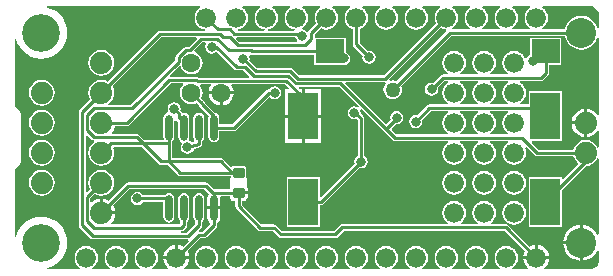
<source format=gtl>
G04 Layer_Physical_Order=1*
G04 Layer_Color=255*
%FSLAX44Y44*%
%MOMM*%
G71*
G01*
G75*
%ADD10R,2.3400X2.0000*%
%ADD11O,0.6000X2.2000*%
G04:AMPARAMS|DCode=12|XSize=1mm|YSize=0.9mm|CornerRadius=0.1125mm|HoleSize=0mm|Usage=FLASHONLY|Rotation=0.000|XOffset=0mm|YOffset=0mm|HoleType=Round|Shape=RoundedRectangle|*
%AMROUNDEDRECTD12*
21,1,1.0000,0.6750,0,0,0.0*
21,1,0.7750,0.9000,0,0,0.0*
1,1,0.2250,0.3875,-0.3375*
1,1,0.2250,-0.3875,-0.3375*
1,1,0.2250,-0.3875,0.3375*
1,1,0.2250,0.3875,0.3375*
%
%ADD12ROUNDEDRECTD12*%
%ADD13R,2.5000X4.0000*%
%ADD14C,0.2500*%
%ADD15C,1.6000*%
%ADD16C,1.8800*%
%ADD17C,2.5400*%
%ADD18C,1.8796*%
%ADD19C,1.6764*%
%ADD20C,3.2004*%
%ADD21C,1.6760*%
%ADD22C,1.2700*%
%ADD23C,0.8000*%
G36*
X365320Y206272D02*
X367698Y205959D01*
X368042Y205400D01*
X368230Y204695D01*
X325704Y162169D01*
X324549Y162648D01*
X322500Y162918D01*
X320451Y162648D01*
X320380Y162619D01*
X319660Y163695D01*
X363140Y207175D01*
X365320Y206272D01*
D02*
G37*
G36*
X420467Y161030D02*
X418404Y159446D01*
X416820Y157383D01*
X415824Y154979D01*
X415485Y152400D01*
X415824Y149821D01*
X416820Y147417D01*
X418404Y145353D01*
X420467Y143770D01*
X420205Y142504D01*
X405295D01*
X405033Y143770D01*
X407096Y145353D01*
X408680Y147417D01*
X409676Y149821D01*
X410015Y152400D01*
X409676Y154979D01*
X408680Y157383D01*
X407096Y159446D01*
X405033Y161030D01*
X405295Y162296D01*
X420205D01*
X420467Y161030D01*
D02*
G37*
G36*
X159695Y224617D02*
X159682Y224506D01*
X157652Y222948D01*
X156068Y220884D01*
X155072Y218480D01*
X154733Y215900D01*
X155072Y213320D01*
X156068Y210916D01*
X157652Y208852D01*
X159716Y207268D01*
X162120Y206272D01*
X163778Y206054D01*
X163694Y204784D01*
X125380D01*
X124307Y204571D01*
X123398Y203963D01*
X81329Y161894D01*
X81296Y161919D01*
X78645Y163018D01*
X75800Y163392D01*
X72955Y163018D01*
X70304Y161919D01*
X68028Y160173D01*
X66281Y157896D01*
X65182Y155245D01*
X64808Y152400D01*
X65182Y149555D01*
X66281Y146904D01*
X66306Y146871D01*
X57669Y138234D01*
X57061Y137325D01*
X56848Y136252D01*
Y40100D01*
X57061Y39027D01*
X57669Y38117D01*
X66559Y29227D01*
X67469Y28620D01*
X68542Y28406D01*
X149245D01*
X149610Y27892D01*
X149817Y27182D01*
X144846Y22211D01*
X144808Y22240D01*
X142151Y23341D01*
X140570Y23549D01*
Y13970D01*
X150149D01*
X149941Y15551D01*
X148840Y18208D01*
X148811Y18246D01*
X159733Y29168D01*
X162922D01*
X163995Y29382D01*
X164905Y29989D01*
X173033Y38117D01*
X173640Y39027D01*
X173854Y40100D01*
Y42111D01*
X175044Y42906D01*
X176269Y44738D01*
X176698Y46900D01*
Y53630D01*
X171050D01*
X165401D01*
Y46900D01*
X165831Y44738D01*
X167056Y42906D01*
X167857Y42370D01*
X167957Y40972D01*
X161761Y34776D01*
X158787D01*
X158422Y35290D01*
X158215Y36000D01*
X160333Y38117D01*
X160940Y39027D01*
X161154Y40100D01*
Y43361D01*
X161594Y43656D01*
X162589Y45144D01*
X162938Y46900D01*
Y62900D01*
X162589Y64656D01*
X161594Y66144D01*
X160106Y67139D01*
X158350Y67488D01*
X156594Y67139D01*
X155106Y66144D01*
X154111Y64656D01*
X153762Y62900D01*
Y46900D01*
X154111Y45144D01*
X155106Y43656D01*
X155546Y43361D01*
Y41261D01*
X148299Y34014D01*
X143666D01*
X143618Y35264D01*
X144691Y35478D01*
X145601Y36085D01*
X147633Y38117D01*
X148240Y39027D01*
X148454Y40100D01*
Y43361D01*
X148894Y43656D01*
X149889Y45144D01*
X150238Y46900D01*
Y62900D01*
X149889Y64656D01*
X148894Y66144D01*
X147406Y67139D01*
X145650Y67488D01*
X143894Y67139D01*
X142406Y66144D01*
X141411Y64656D01*
X141062Y62900D01*
Y46900D01*
X141411Y45144D01*
X142406Y43656D01*
X142846Y43361D01*
Y41261D01*
X142457Y40872D01*
X84447D01*
X84039Y42074D01*
X84314Y42286D01*
X86228Y44780D01*
X87431Y47684D01*
X87674Y49530D01*
X75800D01*
Y50800D01*
X74530D01*
Y62674D01*
X72684Y62431D01*
X69780Y61228D01*
X67726Y59652D01*
X66455Y60223D01*
Y62890D01*
X70271Y66706D01*
X70304Y66681D01*
X72955Y65582D01*
X75800Y65208D01*
X78645Y65582D01*
X81296Y66681D01*
X83573Y68428D01*
X85319Y70704D01*
X86418Y73355D01*
X86792Y76200D01*
X86418Y79045D01*
X85319Y81696D01*
X83573Y83973D01*
X81296Y85719D01*
X78645Y86818D01*
X75800Y87192D01*
X72955Y86818D01*
X70304Y85719D01*
X68028Y83973D01*
X66281Y81696D01*
X65182Y79045D01*
X64808Y76200D01*
X65182Y73355D01*
X66281Y70704D01*
X66306Y70671D01*
X63629Y67994D01*
X62456Y68480D01*
Y116114D01*
X63629Y116600D01*
X67435Y112793D01*
X68345Y112186D01*
X69347Y111986D01*
X69468Y111788D01*
X69760Y110702D01*
X68028Y109373D01*
X66281Y107096D01*
X65182Y104445D01*
X64808Y101600D01*
X65182Y98755D01*
X66281Y96104D01*
X68028Y93827D01*
X70304Y92081D01*
X72955Y90983D01*
X75800Y90608D01*
X78645Y90983D01*
X81296Y92081D01*
X83573Y93827D01*
X85319Y96104D01*
X86418Y98755D01*
X86792Y101600D01*
X86418Y104445D01*
X85946Y105582D01*
X86652Y106638D01*
X109913D01*
X124331Y92219D01*
X125241Y91612D01*
X126314Y91398D01*
X131906D01*
X140587Y82717D01*
X141497Y82109D01*
X142570Y81896D01*
X185335D01*
X185526Y80626D01*
X185100Y80200D01*
Y72995D01*
X184773Y72505D01*
X184488Y71075D01*
Y70504D01*
X171249D01*
X166109Y75645D01*
X165199Y76252D01*
X164126Y76466D01*
X98662D01*
X97589Y76252D01*
X96679Y75645D01*
X82071Y61036D01*
X81820Y61228D01*
X78917Y62431D01*
X77070Y62674D01*
Y52070D01*
X87674D01*
X87431Y53917D01*
X86228Y56821D01*
X86036Y57071D01*
X99823Y70858D01*
X162965D01*
X167005Y66818D01*
X165831Y65062D01*
X165401Y62900D01*
Y56170D01*
X171050D01*
X176698D01*
Y62900D01*
X176497Y63915D01*
X177302Y64896D01*
X184488D01*
Y64325D01*
X184773Y62895D01*
X185583Y61683D01*
X186795Y60873D01*
X188225Y60588D01*
X189296D01*
Y56356D01*
X189510Y55283D01*
X190117Y54373D01*
X208294Y36197D01*
X209203Y35589D01*
X210276Y35376D01*
X220839D01*
X225797Y30417D01*
X226707Y29810D01*
X227780Y29596D01*
X274000D01*
X275073Y29810D01*
X275983Y30417D01*
X281162Y35596D01*
X417238D01*
X434589Y18246D01*
X434560Y18208D01*
X433459Y15551D01*
X433251Y13970D01*
X442830D01*
Y23549D01*
X441249Y23341D01*
X438592Y22240D01*
X438554Y22211D01*
X420382Y40383D01*
X419473Y40991D01*
X418400Y41204D01*
X405860D01*
X405429Y42474D01*
X407096Y43753D01*
X408680Y45817D01*
X409676Y48221D01*
X410015Y50800D01*
X409676Y53379D01*
X408680Y55783D01*
X407096Y57846D01*
X405033Y59430D01*
X402629Y60426D01*
X400050Y60765D01*
X397471Y60426D01*
X395067Y59430D01*
X393004Y57846D01*
X391420Y55783D01*
X390424Y53379D01*
X390085Y50800D01*
X390424Y48221D01*
X391420Y45817D01*
X393004Y43753D01*
X394671Y42474D01*
X394240Y41204D01*
X380460D01*
X380029Y42474D01*
X381697Y43753D01*
X383280Y45817D01*
X384276Y48221D01*
X384615Y50800D01*
X384276Y53379D01*
X383280Y55783D01*
X381697Y57846D01*
X379633Y59430D01*
X377229Y60426D01*
X374650Y60765D01*
X372071Y60426D01*
X369667Y59430D01*
X367603Y57846D01*
X366020Y55783D01*
X365024Y53379D01*
X364685Y50800D01*
X365024Y48221D01*
X366020Y45817D01*
X367603Y43753D01*
X369271Y42474D01*
X368840Y41204D01*
X280000D01*
X278927Y40991D01*
X278018Y40383D01*
X272839Y35204D01*
X228941D01*
X223983Y40162D01*
X223073Y40770D01*
X222000Y40984D01*
X211438D01*
X194904Y57517D01*
Y60588D01*
X195975D01*
X197405Y60873D01*
X198617Y61683D01*
X199427Y62895D01*
X199712Y64325D01*
Y66430D01*
X192100D01*
Y68970D01*
X199712D01*
Y71075D01*
X199427Y72505D01*
X199100Y72995D01*
Y80200D01*
X198539Y80761D01*
X198651Y81325D01*
Y88075D01*
X198448Y89099D01*
X197868Y89967D01*
X196999Y90548D01*
X195975Y90751D01*
X188225D01*
X187201Y90548D01*
X186332Y89967D01*
X185310Y89867D01*
X178993Y96185D01*
X178083Y96792D01*
X177010Y97006D01*
X135754D01*
Y111361D01*
X136194Y111656D01*
X137189Y113144D01*
X137538Y114900D01*
Y128601D01*
X137786Y128802D01*
X139317Y128795D01*
X140227Y128188D01*
X141062Y128021D01*
Y114900D01*
X141411Y113144D01*
X142406Y111656D01*
X143614Y110848D01*
X144019Y109922D01*
X144121Y109321D01*
X143599Y108540D01*
X143173Y106394D01*
X143599Y104248D01*
X144815Y102429D01*
X146634Y101213D01*
X148780Y100786D01*
X150926Y101213D01*
X152746Y102429D01*
X153961Y104248D01*
X154117Y105031D01*
X159136Y106496D01*
X159272Y106568D01*
X159423Y106598D01*
X159754Y106818D01*
X160106Y107002D01*
X160205Y107120D01*
X160333Y107205D01*
X160553Y107536D01*
X160809Y107840D01*
X160855Y107987D01*
X160940Y108115D01*
X161018Y108505D01*
X161137Y108884D01*
X161124Y109037D01*
X161154Y109188D01*
Y111361D01*
X161594Y111656D01*
X162589Y113144D01*
X162938Y114900D01*
Y130900D01*
X162589Y132656D01*
X161594Y134144D01*
X160106Y135139D01*
X158350Y135488D01*
X156594Y135139D01*
X155106Y134144D01*
X154111Y132656D01*
X153762Y130900D01*
Y114900D01*
X154111Y113144D01*
X154642Y112349D01*
X154150Y110883D01*
X152627Y110438D01*
X150926Y111575D01*
X150206Y111718D01*
X149720Y112892D01*
X149889Y113144D01*
X150238Y114900D01*
Y130900D01*
X149889Y132656D01*
X148894Y134144D01*
X147406Y135139D01*
X145650Y135488D01*
X144088Y135177D01*
X143890Y136169D01*
X143283Y137079D01*
X142825Y137536D01*
X143098Y138906D01*
X142671Y141052D01*
X141455Y142871D01*
X139636Y144087D01*
X137490Y144514D01*
X135344Y144087D01*
X133525Y142871D01*
X132309Y141052D01*
X131882Y138906D01*
X132309Y136760D01*
X132371Y136668D01*
X131786Y135257D01*
X131194Y135139D01*
X129706Y134144D01*
X128711Y132656D01*
X128362Y130900D01*
Y114900D01*
X128637Y113516D01*
X127900Y112246D01*
X112235D01*
X107723Y116759D01*
X106813Y117366D01*
X105740Y117580D01*
X85092D01*
X84594Y118850D01*
X86228Y120979D01*
X87431Y123883D01*
X87472Y124196D01*
X97390D01*
X98463Y124410D01*
X99373Y125017D01*
X134701Y160346D01*
X144827D01*
X145007Y159817D01*
X145148Y159076D01*
X143702Y157191D01*
X142745Y154880D01*
X142418Y152400D01*
X142745Y149920D01*
X143702Y147609D01*
X145225Y145625D01*
X147209Y144102D01*
X149520Y143145D01*
X152000Y142818D01*
X154480Y143145D01*
X156467Y143968D01*
X158393Y142041D01*
X158516Y141427D01*
X159123Y140517D01*
X166881Y132760D01*
X166811Y132656D01*
X166462Y130900D01*
Y114900D01*
X166811Y113144D01*
X167806Y111656D01*
X169294Y110661D01*
X171050Y110312D01*
X172806Y110661D01*
X174294Y111656D01*
X175289Y113144D01*
X175638Y114900D01*
Y120096D01*
X187900D01*
X188973Y120309D01*
X189883Y120917D01*
X217593Y148628D01*
X218535Y148535D01*
X220354Y147319D01*
X222500Y146892D01*
X224646Y147319D01*
X226465Y148535D01*
X227681Y150354D01*
X228108Y152500D01*
X227681Y154646D01*
X226465Y156465D01*
X224646Y157681D01*
X222500Y158108D01*
X220354Y157681D01*
X218535Y156465D01*
X217759Y155304D01*
X217500D01*
X216427Y155090D01*
X215517Y154483D01*
X186738Y125704D01*
X175638D01*
Y130900D01*
X175289Y132656D01*
X174294Y134144D01*
X172806Y135139D01*
X172340Y135232D01*
X163819Y143753D01*
X163696Y144367D01*
X163089Y145277D01*
X160432Y147933D01*
X161255Y149920D01*
X161582Y152400D01*
X161255Y154880D01*
X160298Y157191D01*
X159350Y158426D01*
X159977Y159696D01*
X168277D01*
X168839Y158557D01*
X168193Y157716D01*
X167131Y155152D01*
X166936Y153670D01*
X177400D01*
X187864D01*
X187669Y155152D01*
X186607Y157716D01*
X185961Y158557D01*
X186523Y159696D01*
X231425D01*
X234738Y156383D01*
X234252Y155210D01*
X231680D01*
Y133940D01*
X245450D01*
Y155210D01*
X243842D01*
X242629Y156423D01*
X243115Y157596D01*
X277141D01*
X293600Y141137D01*
X292791Y140150D01*
X292146Y140581D01*
X290000Y141007D01*
X287854Y140581D01*
X286035Y139365D01*
X284819Y137546D01*
X284393Y135400D01*
X284819Y133254D01*
X286035Y131434D01*
X287854Y130219D01*
X290000Y129792D01*
X291936Y130177D01*
X292706Y129519D01*
X292928Y129243D01*
Y98689D01*
X291767Y97913D01*
X290551Y96094D01*
X290124Y93948D01*
X290397Y92578D01*
X261893Y64075D01*
X260720Y64561D01*
Y81430D01*
X232720D01*
Y38430D01*
X260720D01*
Y57126D01*
X261714D01*
X262787Y57340D01*
X263697Y57947D01*
X294362Y88613D01*
X295732Y88340D01*
X297878Y88767D01*
X299697Y89983D01*
X300913Y91802D01*
X301340Y93948D01*
X300913Y96094D01*
X299697Y97913D01*
X298536Y98689D01*
Y130668D01*
X298536Y130668D01*
X298536Y130668D01*
X298420Y131251D01*
X298322Y131741D01*
X298322Y131741D01*
X298322Y131741D01*
X298017Y132198D01*
X297715Y132651D01*
X297715Y132651D01*
X297715Y132651D01*
X295501Y134864D01*
X295608Y135400D01*
X295181Y137546D01*
X294750Y138190D01*
X295737Y139000D01*
X315017Y119719D01*
X322419Y112317D01*
X323329Y111710D01*
X324402Y111496D01*
X369405D01*
X369667Y110230D01*
X367603Y108646D01*
X366020Y106583D01*
X365024Y104179D01*
X364685Y101600D01*
X365024Y99021D01*
X366020Y96617D01*
X367603Y94553D01*
X369667Y92970D01*
X372071Y91974D01*
X374650Y91635D01*
X377229Y91974D01*
X379633Y92970D01*
X381697Y94553D01*
X383280Y96617D01*
X384276Y99021D01*
X384615Y101600D01*
X384276Y104179D01*
X383280Y106583D01*
X381697Y108646D01*
X379633Y110230D01*
X379895Y111496D01*
X394805D01*
X395067Y110230D01*
X393004Y108646D01*
X391420Y106583D01*
X390424Y104179D01*
X390085Y101600D01*
X390424Y99021D01*
X391420Y96617D01*
X393004Y94553D01*
X395067Y92970D01*
X397471Y91974D01*
X400050Y91635D01*
X402629Y91974D01*
X405033Y92970D01*
X407096Y94553D01*
X408680Y96617D01*
X409676Y99021D01*
X410015Y101600D01*
X409676Y104179D01*
X408680Y106583D01*
X407096Y108646D01*
X405033Y110230D01*
X405295Y111496D01*
X420205D01*
X420467Y110230D01*
X418404Y108646D01*
X416820Y106583D01*
X415824Y104179D01*
X415485Y101600D01*
X415824Y99021D01*
X416820Y96617D01*
X418404Y94553D01*
X420467Y92970D01*
X422871Y91974D01*
X425450Y91635D01*
X428029Y91974D01*
X430433Y92970D01*
X432496Y94553D01*
X434080Y96617D01*
X435076Y99021D01*
X435415Y101600D01*
X435076Y104179D01*
X434309Y106029D01*
X435386Y106749D01*
X442718Y99417D01*
X443627Y98809D01*
X444700Y98596D01*
X475377D01*
X475382Y98555D01*
X476480Y95904D01*
X478227Y93627D01*
X479288Y92813D01*
X479371Y91546D01*
X466893Y79068D01*
X465720Y79554D01*
Y81430D01*
X437720D01*
Y38430D01*
X465720D01*
Y69964D01*
X486188Y90433D01*
X488845Y90782D01*
X491496Y91881D01*
X493772Y93627D01*
X495519Y95904D01*
X495883Y96783D01*
X497154Y96531D01*
X497174Y32410D01*
X495904Y32092D01*
X494933Y33908D01*
X493028Y36228D01*
X490708Y38133D01*
X488060Y39548D01*
X485188Y40420D01*
X483470Y40589D01*
Y25400D01*
Y10211D01*
X485188Y10381D01*
X488060Y11252D01*
X490708Y12667D01*
X493028Y14571D01*
X494933Y16892D01*
X495908Y18716D01*
X497178Y18398D01*
X497180Y11985D01*
X497097Y10731D01*
X497097D01*
X497097Y10731D01*
X496839Y8778D01*
X496037Y6842D01*
X494762Y5179D01*
X493099Y3904D01*
X491163Y3101D01*
X490231Y2979D01*
X489022Y2836D01*
Y2836D01*
X489022Y2836D01*
X487761Y2824D01*
X451257D01*
X450826Y4094D01*
X451890Y4910D01*
X453640Y7192D01*
X454741Y9849D01*
X454949Y11430D01*
X444100D01*
X433251D01*
X433459Y9849D01*
X434560Y7192D01*
X436310Y4910D01*
X437374Y4094D01*
X436943Y2824D01*
X423999D01*
X423705Y3983D01*
X423718Y4094D01*
X425748Y5652D01*
X427332Y7716D01*
X428328Y10120D01*
X428667Y12700D01*
X428328Y15280D01*
X427332Y17684D01*
X425748Y19748D01*
X423684Y21332D01*
X421280Y22328D01*
X418700Y22667D01*
X416120Y22328D01*
X413716Y21332D01*
X411652Y19748D01*
X410068Y17684D01*
X409072Y15280D01*
X408733Y12700D01*
X409072Y10120D01*
X410068Y7716D01*
X411652Y5652D01*
X413682Y4094D01*
X413695Y3983D01*
X413400Y2824D01*
X398600D01*
X398305Y3983D01*
X398318Y4094D01*
X400348Y5652D01*
X401932Y7716D01*
X402928Y10120D01*
X403267Y12700D01*
X402928Y15280D01*
X401932Y17684D01*
X400348Y19748D01*
X398284Y21332D01*
X395880Y22328D01*
X393300Y22667D01*
X390720Y22328D01*
X388316Y21332D01*
X386252Y19748D01*
X384668Y17684D01*
X383672Y15280D01*
X383333Y12700D01*
X383672Y10120D01*
X384668Y7716D01*
X386252Y5652D01*
X388282Y4094D01*
X388295Y3983D01*
X388000Y2824D01*
X373200D01*
X372905Y3983D01*
X372918Y4094D01*
X374948Y5652D01*
X376532Y7716D01*
X377528Y10120D01*
X377867Y12700D01*
X377528Y15280D01*
X376532Y17684D01*
X374948Y19748D01*
X372884Y21332D01*
X370480Y22328D01*
X367900Y22667D01*
X365320Y22328D01*
X362916Y21332D01*
X360852Y19748D01*
X359268Y17684D01*
X358272Y15280D01*
X357933Y12700D01*
X358272Y10120D01*
X359268Y7716D01*
X360852Y5652D01*
X362882Y4094D01*
X362895Y3983D01*
X362601Y2824D01*
X347799D01*
X347505Y3983D01*
X347518Y4094D01*
X349548Y5652D01*
X351132Y7716D01*
X352128Y10120D01*
X352467Y12700D01*
X352128Y15280D01*
X351132Y17684D01*
X349548Y19748D01*
X347484Y21332D01*
X345080Y22328D01*
X342500Y22667D01*
X339920Y22328D01*
X337516Y21332D01*
X335452Y19748D01*
X333868Y17684D01*
X332872Y15280D01*
X332533Y12700D01*
X332872Y10120D01*
X333868Y7716D01*
X335452Y5652D01*
X337482Y4094D01*
X337495Y3983D01*
X337201Y2824D01*
X322399D01*
X322105Y3983D01*
X322118Y4094D01*
X324148Y5652D01*
X325732Y7716D01*
X326728Y10120D01*
X327067Y12700D01*
X326728Y15280D01*
X325732Y17684D01*
X324148Y19748D01*
X322084Y21332D01*
X319680Y22328D01*
X317100Y22667D01*
X314520Y22328D01*
X312116Y21332D01*
X310052Y19748D01*
X308468Y17684D01*
X307472Y15280D01*
X307133Y12700D01*
X307472Y10120D01*
X308468Y7716D01*
X310052Y5652D01*
X312082Y4094D01*
X312095Y3983D01*
X311800Y2824D01*
X296999D01*
X296705Y3983D01*
X296718Y4094D01*
X298748Y5652D01*
X300332Y7716D01*
X301328Y10120D01*
X301667Y12700D01*
X301328Y15280D01*
X300332Y17684D01*
X298748Y19748D01*
X296684Y21332D01*
X294280Y22328D01*
X291700Y22667D01*
X289120Y22328D01*
X286716Y21332D01*
X284652Y19748D01*
X283068Y17684D01*
X282072Y15280D01*
X281733Y12700D01*
X282072Y10120D01*
X283068Y7716D01*
X284652Y5652D01*
X286682Y4094D01*
X286695Y3983D01*
X286401Y2824D01*
X271600D01*
X271305Y3983D01*
X271318Y4094D01*
X273348Y5652D01*
X274932Y7716D01*
X275928Y10120D01*
X276267Y12700D01*
X275928Y15280D01*
X274932Y17684D01*
X273348Y19748D01*
X271284Y21332D01*
X268880Y22328D01*
X266300Y22667D01*
X263720Y22328D01*
X261316Y21332D01*
X259252Y19748D01*
X257668Y17684D01*
X256672Y15280D01*
X256333Y12700D01*
X256672Y10120D01*
X257668Y7716D01*
X259252Y5652D01*
X261282Y4094D01*
X261295Y3983D01*
X261000Y2824D01*
X246199D01*
X245905Y3983D01*
X245918Y4094D01*
X247948Y5652D01*
X249532Y7716D01*
X250528Y10120D01*
X250867Y12700D01*
X250528Y15280D01*
X249532Y17684D01*
X247948Y19748D01*
X245884Y21332D01*
X243480Y22328D01*
X240900Y22667D01*
X238320Y22328D01*
X235916Y21332D01*
X233852Y19748D01*
X232268Y17684D01*
X231272Y15280D01*
X230933Y12700D01*
X231272Y10120D01*
X232268Y7716D01*
X233852Y5652D01*
X235882Y4094D01*
X235895Y3983D01*
X235600Y2824D01*
X220800D01*
X220505Y3983D01*
X220518Y4094D01*
X222548Y5652D01*
X224132Y7716D01*
X225128Y10120D01*
X225467Y12700D01*
X225128Y15280D01*
X224132Y17684D01*
X222548Y19748D01*
X220484Y21332D01*
X218080Y22328D01*
X215500Y22667D01*
X212920Y22328D01*
X210516Y21332D01*
X208452Y19748D01*
X206868Y17684D01*
X205872Y15280D01*
X205533Y12700D01*
X205872Y10120D01*
X206868Y7716D01*
X208452Y5652D01*
X210482Y4094D01*
X210495Y3983D01*
X210201Y2824D01*
X195399D01*
X195105Y3983D01*
X195118Y4094D01*
X197148Y5652D01*
X198732Y7716D01*
X199728Y10120D01*
X200067Y12700D01*
X199728Y15280D01*
X198732Y17684D01*
X197148Y19748D01*
X195084Y21332D01*
X192680Y22328D01*
X190100Y22667D01*
X187520Y22328D01*
X185116Y21332D01*
X183052Y19748D01*
X181468Y17684D01*
X180472Y15280D01*
X180133Y12700D01*
X180472Y10120D01*
X181468Y7716D01*
X183052Y5652D01*
X185082Y4094D01*
X185095Y3983D01*
X184800Y2824D01*
X170000D01*
X169705Y3983D01*
X169718Y4094D01*
X171748Y5652D01*
X173332Y7716D01*
X174328Y10120D01*
X174667Y12700D01*
X174328Y15280D01*
X173332Y17684D01*
X171748Y19748D01*
X169684Y21332D01*
X167280Y22328D01*
X164700Y22667D01*
X162120Y22328D01*
X159716Y21332D01*
X157652Y19748D01*
X156068Y17684D01*
X155072Y15280D01*
X154733Y12700D01*
X155072Y10120D01*
X156068Y7716D01*
X157652Y5652D01*
X159682Y4094D01*
X159695Y3983D01*
X159401Y2824D01*
X146457D01*
X146026Y4094D01*
X147090Y4910D01*
X148840Y7192D01*
X149941Y9849D01*
X150149Y11430D01*
X139300D01*
X128451D01*
X128659Y9849D01*
X129760Y7192D01*
X131510Y4910D01*
X132574Y4094D01*
X132143Y2824D01*
X119199D01*
X118905Y3983D01*
X118918Y4094D01*
X120948Y5652D01*
X122532Y7716D01*
X123528Y10120D01*
X123867Y12700D01*
X123528Y15280D01*
X122532Y17684D01*
X120948Y19748D01*
X118884Y21332D01*
X116480Y22328D01*
X113900Y22667D01*
X111320Y22328D01*
X108916Y21332D01*
X106852Y19748D01*
X105268Y17684D01*
X104272Y15280D01*
X103933Y12700D01*
X104272Y10120D01*
X105268Y7716D01*
X106852Y5652D01*
X108882Y4094D01*
X108895Y3983D01*
X108601Y2824D01*
X93799D01*
X93505Y3983D01*
X93518Y4094D01*
X95548Y5652D01*
X97132Y7716D01*
X98128Y10120D01*
X98467Y12700D01*
X98128Y15280D01*
X97132Y17684D01*
X95548Y19748D01*
X93484Y21332D01*
X91080Y22328D01*
X88500Y22667D01*
X85920Y22328D01*
X83516Y21332D01*
X81452Y19748D01*
X79868Y17684D01*
X78872Y15280D01*
X78533Y12700D01*
X78872Y10120D01*
X79868Y7716D01*
X81452Y5652D01*
X83482Y4094D01*
X83495Y3983D01*
X83201Y2824D01*
X68400D01*
X68105Y3983D01*
X68118Y4094D01*
X70148Y5652D01*
X71732Y7716D01*
X72728Y10120D01*
X73067Y12700D01*
X72728Y15280D01*
X71732Y17684D01*
X70148Y19748D01*
X68084Y21332D01*
X65680Y22328D01*
X63100Y22667D01*
X60520Y22328D01*
X58116Y21332D01*
X56052Y19748D01*
X54468Y17684D01*
X53472Y15280D01*
X53133Y12700D01*
X53472Y10120D01*
X54468Y7716D01*
X56052Y5652D01*
X58082Y4094D01*
X58095Y3983D01*
X57800Y2824D01*
X30120D01*
X29932Y4094D01*
X33391Y5143D01*
X37181Y7169D01*
X40504Y9896D01*
X43231Y13219D01*
X45257Y17009D01*
X46504Y21123D01*
X46926Y25400D01*
X46504Y29678D01*
X45257Y33791D01*
X43231Y37581D01*
X40504Y40904D01*
X37181Y43630D01*
X33391Y45657D01*
X29278Y46904D01*
X25000Y47326D01*
X20722Y46904D01*
X16609Y45657D01*
X12819Y43630D01*
X9496Y40904D01*
X6769Y37581D01*
X4743Y33791D01*
X3696Y30339D01*
X2426Y30527D01*
Y87828D01*
X6597Y91998D01*
X6597Y91998D01*
X6902Y92455D01*
X7210Y92914D01*
X7210Y92914D01*
X7210Y92914D01*
X7267Y93205D01*
X7424Y93995D01*
X7424Y93995D01*
Y135000D01*
X7210Y136081D01*
X6597Y136997D01*
X2424Y141170D01*
Y198079D01*
X3694Y198268D01*
X4743Y194809D01*
X6769Y191019D01*
X9496Y187696D01*
X12819Y184970D01*
X16609Y182943D01*
X20722Y181696D01*
X25000Y181274D01*
X29278Y181696D01*
X33391Y182943D01*
X37181Y184970D01*
X40504Y187696D01*
X43231Y191019D01*
X45257Y194809D01*
X46504Y198923D01*
X46926Y203200D01*
X46504Y207477D01*
X45257Y211591D01*
X43231Y215381D01*
X40504Y218704D01*
X37181Y221430D01*
X33391Y223457D01*
X29932Y224506D01*
X30120Y225776D01*
X159401D01*
X159695Y224617D01*
D02*
G37*
G36*
X164514Y194056D02*
X164059Y193376D01*
X163632Y191230D01*
X164059Y189084D01*
X165275Y187265D01*
X167094Y186049D01*
X169240Y185622D01*
X171386Y186049D01*
X173205Y187265D01*
X173295Y187274D01*
X188339Y172229D01*
X189249Y171622D01*
X190322Y171408D01*
X196014D01*
X200944Y166477D01*
X200459Y165304D01*
X158179D01*
X157526Y165740D01*
X156453Y165954D01*
X134215D01*
X133689Y167224D01*
X141571Y175106D01*
X142990Y174728D01*
X143702Y173009D01*
X145225Y171024D01*
X147209Y169502D01*
X149520Y168545D01*
X152000Y168218D01*
X154480Y168545D01*
X156791Y169502D01*
X158776Y171024D01*
X160298Y173009D01*
X161255Y175320D01*
X161582Y177800D01*
X161255Y180280D01*
X160298Y182591D01*
X158776Y184575D01*
X156791Y186098D01*
X155072Y186810D01*
X154694Y188229D01*
X161642Y195176D01*
X163915D01*
X164514Y194056D01*
D02*
G37*
G36*
X395067Y161030D02*
X393004Y159446D01*
X391420Y157383D01*
X390424Y154979D01*
X390085Y152400D01*
X390424Y149821D01*
X391420Y147417D01*
X393004Y145353D01*
X395067Y143770D01*
X394805Y142504D01*
X379895D01*
X379633Y143770D01*
X381697Y145353D01*
X383280Y147417D01*
X384276Y149821D01*
X384615Y152400D01*
X384276Y154979D01*
X383280Y157383D01*
X381697Y159446D01*
X379633Y161030D01*
X379895Y162296D01*
X394805D01*
X395067Y161030D01*
D02*
G37*
G36*
X420467Y135630D02*
X418404Y134046D01*
X416820Y131983D01*
X415824Y129579D01*
X415485Y127000D01*
X415824Y124421D01*
X416820Y122017D01*
X418404Y119953D01*
X420467Y118370D01*
X420205Y117104D01*
X405295D01*
X405033Y118370D01*
X407096Y119953D01*
X408680Y122017D01*
X409676Y124421D01*
X410015Y127000D01*
X409676Y129579D01*
X408680Y131983D01*
X407096Y134046D01*
X405033Y135630D01*
X405295Y136896D01*
X420205D01*
X420467Y135630D01*
D02*
G37*
G36*
X395067D02*
X393004Y134046D01*
X391420Y131983D01*
X390424Y129579D01*
X390085Y127000D01*
X390424Y124421D01*
X391420Y122017D01*
X393004Y119953D01*
X395067Y118370D01*
X394805Y117104D01*
X379895D01*
X379633Y118370D01*
X381697Y119953D01*
X383280Y122017D01*
X384276Y124421D01*
X384615Y127000D01*
X384276Y129579D01*
X383280Y131983D01*
X381697Y134046D01*
X379633Y135630D01*
X379895Y136896D01*
X394805D01*
X395067Y135630D01*
D02*
G37*
G36*
X156538Y198003D02*
X149889Y191354D01*
X147547D01*
X146474Y191140D01*
X145565Y190533D01*
X139267Y184235D01*
X138660Y183326D01*
X138446Y182253D01*
Y179911D01*
X100499Y141964D01*
X82188D01*
X81756Y143234D01*
X83573Y144628D01*
X85319Y146904D01*
X86418Y149555D01*
X86792Y152400D01*
X86418Y155245D01*
X85319Y157896D01*
X85294Y157929D01*
X126542Y199176D01*
X156052D01*
X156538Y198003D01*
D02*
G37*
G36*
X468366Y199493D02*
X469796Y196039D01*
X472072Y193072D01*
X475039Y190796D01*
X478493Y189366D01*
X482200Y188878D01*
X485907Y189366D01*
X489361Y190796D01*
X492328Y193072D01*
X494604Y196039D01*
X495852Y199051D01*
X497122Y198799D01*
X497142Y133976D01*
X495872Y133545D01*
X494514Y135314D01*
X492020Y137228D01*
X489116Y138431D01*
X487270Y138674D01*
Y126800D01*
Y114926D01*
X489116Y115169D01*
X492020Y116372D01*
X494514Y118286D01*
X495876Y120061D01*
X497146Y119630D01*
X497150Y106276D01*
X495881Y106023D01*
X495519Y106896D01*
X493772Y109172D01*
X491496Y110919D01*
X488845Y112017D01*
X486000Y112392D01*
X483155Y112017D01*
X480504Y110919D01*
X478227Y109172D01*
X476480Y106896D01*
X475382Y104245D01*
X475377Y104204D01*
X445862D01*
X440069Y109997D01*
X440555Y111170D01*
X465720D01*
Y154170D01*
X437720D01*
Y142504D01*
X430695D01*
X430433Y143770D01*
X432496Y145353D01*
X434080Y147417D01*
X435076Y149821D01*
X435415Y152400D01*
X435076Y154979D01*
X434080Y157383D01*
X432496Y159446D01*
X430433Y161030D01*
X430695Y162296D01*
X448164D01*
X449237Y162510D01*
X450147Y163117D01*
X453983Y166953D01*
X454590Y167863D01*
X454804Y168936D01*
Y175900D01*
X465200D01*
Y198900D01*
X438800D01*
Y184545D01*
X437035Y183365D01*
X435910Y181683D01*
X435284Y181593D01*
X434546Y181657D01*
X434080Y182783D01*
X432496Y184846D01*
X430433Y186430D01*
X428029Y187426D01*
X425450Y187765D01*
X422871Y187426D01*
X420467Y186430D01*
X418404Y184846D01*
X416820Y182783D01*
X415824Y180379D01*
X415485Y177800D01*
X415824Y175221D01*
X416820Y172817D01*
X418404Y170753D01*
X420467Y169170D01*
X420205Y167904D01*
X405295D01*
X405033Y169170D01*
X407096Y170753D01*
X408680Y172817D01*
X409676Y175221D01*
X410015Y177800D01*
X409676Y180379D01*
X408680Y182783D01*
X407096Y184846D01*
X405033Y186430D01*
X402629Y187426D01*
X400050Y187765D01*
X397471Y187426D01*
X395067Y186430D01*
X393004Y184846D01*
X391420Y182783D01*
X390424Y180379D01*
X390085Y177800D01*
X390424Y175221D01*
X391420Y172817D01*
X393004Y170753D01*
X395067Y169170D01*
X394805Y167904D01*
X379895D01*
X379633Y169170D01*
X381697Y170753D01*
X383280Y172817D01*
X384276Y175221D01*
X384615Y177800D01*
X384276Y180379D01*
X383280Y182783D01*
X381697Y184846D01*
X379633Y186430D01*
X377229Y187426D01*
X374650Y187765D01*
X372071Y187426D01*
X369667Y186430D01*
X367603Y184846D01*
X366020Y182783D01*
X365024Y180379D01*
X364685Y177800D01*
X365024Y175221D01*
X366020Y172817D01*
X367603Y170753D01*
X369667Y169170D01*
X369405Y167904D01*
X365106D01*
X364033Y167690D01*
X363123Y167083D01*
X356792Y160751D01*
X355422Y161024D01*
X353276Y160597D01*
X351457Y159381D01*
X350241Y157562D01*
X349814Y155416D01*
X350241Y153270D01*
X351457Y151451D01*
X353276Y150235D01*
X355422Y149808D01*
X357568Y150235D01*
X359387Y151451D01*
X360603Y153270D01*
X361030Y155416D01*
X360757Y156786D01*
X366267Y162296D01*
X369405D01*
X369667Y161030D01*
X367603Y159446D01*
X366020Y157383D01*
X365024Y154979D01*
X364685Y152400D01*
X365024Y149821D01*
X366020Y147417D01*
X367603Y145353D01*
X369667Y143770D01*
X369405Y142504D01*
X353676D01*
X352603Y142290D01*
X351693Y141683D01*
X343330Y133319D01*
X341960Y133592D01*
X339814Y133165D01*
X337995Y131949D01*
X336779Y130130D01*
X336352Y127984D01*
X336779Y125838D01*
X337995Y124019D01*
X339814Y122803D01*
X341960Y122376D01*
X344106Y122803D01*
X345925Y124019D01*
X347141Y125838D01*
X347568Y127984D01*
X347295Y129354D01*
X354837Y136896D01*
X369405D01*
X369667Y135630D01*
X367603Y134046D01*
X366020Y131983D01*
X365024Y129579D01*
X364685Y127000D01*
X365024Y124421D01*
X366020Y122017D01*
X367603Y119953D01*
X369667Y118370D01*
X369405Y117104D01*
X325563D01*
X321600Y121067D01*
X321600Y122337D01*
X325212Y125949D01*
X326000Y125792D01*
X328146Y126219D01*
X329965Y127435D01*
X331181Y129254D01*
X331608Y131400D01*
X331181Y133546D01*
X329965Y135365D01*
X328146Y136581D01*
X326000Y137008D01*
X323854Y136581D01*
X322035Y135365D01*
X320819Y133546D01*
X320392Y131400D01*
X320781Y129448D01*
X317000Y125667D01*
X282244Y160423D01*
X282731Y161596D01*
X316122D01*
X316540Y161061D01*
X316722Y160365D01*
X315643Y158959D01*
X314852Y157049D01*
X314582Y155000D01*
X314852Y152951D01*
X315643Y151041D01*
X316901Y149401D01*
X318541Y148143D01*
X320451Y147352D01*
X322500Y147082D01*
X324549Y147352D01*
X326459Y148143D01*
X328099Y149401D01*
X329357Y151041D01*
X330148Y152951D01*
X330418Y155000D01*
X330148Y157049D01*
X329669Y158204D01*
X371861Y200396D01*
X468247D01*
X468366Y199493D01*
D02*
G37*
G36*
X388295Y224617D02*
X388282Y224506D01*
X386252Y222948D01*
X384668Y220884D01*
X383672Y218480D01*
X383333Y215900D01*
X383672Y213320D01*
X384668Y210916D01*
X386252Y208852D01*
X388316Y207268D01*
X388050Y206004D01*
X373150D01*
X372884Y207268D01*
X374948Y208852D01*
X376532Y210916D01*
X377528Y213320D01*
X377867Y215900D01*
X377528Y218480D01*
X376532Y220884D01*
X374948Y222948D01*
X372918Y224506D01*
X372905Y224617D01*
X373200Y225776D01*
X388000D01*
X388295Y224617D01*
D02*
G37*
G36*
X362895D02*
X362882Y224506D01*
X360852Y222948D01*
X359268Y220884D01*
X358272Y218480D01*
X357933Y215900D01*
X358272Y213320D01*
X359175Y211140D01*
X315239Y167204D01*
X243162D01*
X237883Y172483D01*
X236973Y173090D01*
X235900Y173304D01*
X207705D01*
X201055Y179954D01*
X201328Y181324D01*
X200901Y183470D01*
X201637Y184655D01*
X202223Y184810D01*
X203296Y184596D01*
X256300D01*
Y175900D01*
X280457D01*
X281000Y175792D01*
X281543Y175900D01*
X282700D01*
Y176130D01*
X283146Y176219D01*
X284965Y177435D01*
X286181Y179254D01*
X286608Y181400D01*
X286181Y183546D01*
X284965Y185365D01*
X283146Y186581D01*
X282700Y186670D01*
Y198900D01*
X256399D01*
Y202034D01*
X261541Y207175D01*
X263720Y206272D01*
X266300Y205933D01*
X268880Y206272D01*
X271284Y207268D01*
X273348Y208852D01*
X274932Y210916D01*
X275928Y213320D01*
X276267Y215900D01*
X275928Y218480D01*
X274932Y220884D01*
X273348Y222948D01*
X271318Y224506D01*
X271305Y224617D01*
X271600Y225776D01*
X286401D01*
X286695Y224617D01*
X286682Y224506D01*
X284652Y222948D01*
X283068Y220884D01*
X282072Y218480D01*
X281733Y215900D01*
X282072Y213320D01*
X283068Y210916D01*
X284652Y208852D01*
X286716Y207268D01*
X288896Y206365D01*
Y193300D01*
X289110Y192227D01*
X289717Y191317D01*
X297165Y183870D01*
X296892Y182500D01*
X297319Y180354D01*
X298535Y178535D01*
X300354Y177319D01*
X302500Y176892D01*
X304646Y177319D01*
X306465Y178535D01*
X307681Y180354D01*
X308108Y182500D01*
X307681Y184646D01*
X306465Y186465D01*
X304646Y187681D01*
X302500Y188108D01*
X301130Y187835D01*
X294504Y194461D01*
Y206365D01*
X296684Y207268D01*
X298748Y208852D01*
X300332Y210916D01*
X301328Y213320D01*
X301667Y215900D01*
X301328Y218480D01*
X300332Y220884D01*
X298748Y222948D01*
X296718Y224506D01*
X296705Y224617D01*
X296999Y225776D01*
X311800D01*
X312095Y224617D01*
X312082Y224506D01*
X310052Y222948D01*
X308468Y220884D01*
X307472Y218480D01*
X307133Y215900D01*
X307472Y213320D01*
X308468Y210916D01*
X310052Y208852D01*
X312116Y207268D01*
X314520Y206272D01*
X317100Y205933D01*
X319680Y206272D01*
X322084Y207268D01*
X324148Y208852D01*
X325732Y210916D01*
X326728Y213320D01*
X327067Y215900D01*
X326728Y218480D01*
X325732Y220884D01*
X324148Y222948D01*
X322118Y224506D01*
X322105Y224617D01*
X322399Y225776D01*
X337201D01*
X337495Y224617D01*
X337482Y224506D01*
X335452Y222948D01*
X333868Y220884D01*
X332872Y218480D01*
X332533Y215900D01*
X332872Y213320D01*
X333868Y210916D01*
X335452Y208852D01*
X337516Y207268D01*
X339920Y206272D01*
X342500Y205933D01*
X345080Y206272D01*
X347484Y207268D01*
X349548Y208852D01*
X351132Y210916D01*
X352128Y213320D01*
X352467Y215900D01*
X352128Y218480D01*
X351132Y220884D01*
X349548Y222948D01*
X347518Y224506D01*
X347505Y224617D01*
X347799Y225776D01*
X362601D01*
X362895Y224617D01*
D02*
G37*
G36*
X489022Y225764D02*
X489022Y225764D01*
Y225764D01*
X490231Y225621D01*
X491163Y225499D01*
X493099Y224697D01*
X494762Y223421D01*
X496037Y221758D01*
X496839Y219822D01*
X497097Y217869D01*
X497097Y217869D01*
X497097D01*
X497116Y217850D01*
X497119Y207607D01*
X495849Y207355D01*
X494604Y210361D01*
X492328Y213328D01*
X489361Y215604D01*
X485907Y217034D01*
X482200Y217523D01*
X478493Y217034D01*
X475039Y215604D01*
X472072Y213328D01*
X469796Y210361D01*
X468366Y206907D01*
X468247Y206004D01*
X449350D01*
X449084Y207268D01*
X451148Y208852D01*
X452732Y210916D01*
X453728Y213320D01*
X454067Y215900D01*
X453728Y218480D01*
X452732Y220884D01*
X451148Y222948D01*
X449118Y224506D01*
X449105Y224617D01*
X449399Y225776D01*
X487761D01*
X489022Y225764D01*
D02*
G37*
G36*
X439095Y224617D02*
X439082Y224506D01*
X437052Y222948D01*
X435468Y220884D01*
X434472Y218480D01*
X434133Y215900D01*
X434472Y213320D01*
X435468Y210916D01*
X437052Y208852D01*
X439116Y207268D01*
X438850Y206004D01*
X423950D01*
X423684Y207268D01*
X425748Y208852D01*
X427332Y210916D01*
X428328Y213320D01*
X428667Y215900D01*
X428328Y218480D01*
X427332Y220884D01*
X425748Y222948D01*
X423718Y224506D01*
X423705Y224617D01*
X423999Y225776D01*
X438801D01*
X439095Y224617D01*
D02*
G37*
G36*
X413695D02*
X413682Y224506D01*
X411652Y222948D01*
X410068Y220884D01*
X409072Y218480D01*
X408733Y215900D01*
X409072Y213320D01*
X410068Y210916D01*
X411652Y208852D01*
X413716Y207268D01*
X413450Y206004D01*
X398550D01*
X398284Y207268D01*
X400348Y208852D01*
X401932Y210916D01*
X402928Y213320D01*
X403267Y215900D01*
X402928Y218480D01*
X401932Y220884D01*
X400348Y222948D01*
X398318Y224506D01*
X398305Y224617D01*
X398600Y225776D01*
X413400D01*
X413695Y224617D01*
D02*
G37*
G36*
X240259Y198482D02*
X241475Y196663D01*
X241718Y196500D01*
X241333Y195230D01*
X192810D01*
X189967Y198073D01*
X190453Y199247D01*
X240107D01*
X240259Y198482D01*
D02*
G37*
G36*
X261295Y224617D02*
X261282Y224506D01*
X259252Y222948D01*
X257668Y220884D01*
X256672Y218480D01*
X256333Y215900D01*
X256672Y213320D01*
X257575Y211140D01*
X251613Y205178D01*
X251077Y204377D01*
X250471Y204227D01*
X249690Y204167D01*
X249405Y204593D01*
X247586Y205809D01*
X246298Y206065D01*
X246075Y206711D01*
X246064Y207407D01*
X247948Y208852D01*
X249532Y210916D01*
X250528Y213320D01*
X250867Y215900D01*
X250528Y218480D01*
X249532Y220884D01*
X247948Y222948D01*
X245918Y224506D01*
X245905Y224617D01*
X246199Y225776D01*
X261000D01*
X261295Y224617D01*
D02*
G37*
G36*
X235895D02*
X235882Y224506D01*
X233852Y222948D01*
X232268Y220884D01*
X231272Y218480D01*
X230933Y215900D01*
X231272Y213320D01*
X232268Y210916D01*
X233852Y208852D01*
X235916Y207268D01*
X238320Y206272D01*
X239445Y206124D01*
X239362Y204854D01*
X217038D01*
X216955Y206124D01*
X218080Y206272D01*
X220484Y207268D01*
X222548Y208852D01*
X224132Y210916D01*
X225128Y213320D01*
X225467Y215900D01*
X225128Y218480D01*
X224132Y220884D01*
X222548Y222948D01*
X220518Y224506D01*
X220505Y224617D01*
X220800Y225776D01*
X235600D01*
X235895Y224617D01*
D02*
G37*
G36*
X210495D02*
X210482Y224506D01*
X208452Y222948D01*
X206868Y220884D01*
X205872Y218480D01*
X205533Y215900D01*
X205872Y213320D01*
X206868Y210916D01*
X208452Y208852D01*
X210516Y207268D01*
X212920Y206272D01*
X214045Y206124D01*
X213962Y204854D01*
X191638D01*
X191555Y206124D01*
X192680Y206272D01*
X195084Y207268D01*
X197148Y208852D01*
X198732Y210916D01*
X199728Y213320D01*
X200067Y215900D01*
X199728Y218480D01*
X198732Y220884D01*
X197148Y222948D01*
X195118Y224506D01*
X195105Y224617D01*
X195399Y225776D01*
X210201D01*
X210495Y224617D01*
D02*
G37*
%LPC*%
G36*
X425450Y86165D02*
X422871Y85826D01*
X420467Y84830D01*
X418404Y83246D01*
X416820Y81183D01*
X415824Y78779D01*
X415485Y76200D01*
X415824Y73621D01*
X416820Y71217D01*
X418404Y69153D01*
X420467Y67570D01*
X422871Y66574D01*
X425450Y66235D01*
X428029Y66574D01*
X430433Y67570D01*
X432496Y69153D01*
X434080Y71217D01*
X435076Y73621D01*
X435415Y76200D01*
X435076Y78779D01*
X434080Y81183D01*
X432496Y83246D01*
X430433Y84830D01*
X428029Y85826D01*
X425450Y86165D01*
D02*
G37*
G36*
X400050D02*
X397471Y85826D01*
X395067Y84830D01*
X393004Y83246D01*
X391420Y81183D01*
X390424Y78779D01*
X390085Y76200D01*
X390424Y73621D01*
X391420Y71217D01*
X393004Y69153D01*
X395067Y67570D01*
X397471Y66574D01*
X400050Y66235D01*
X402629Y66574D01*
X405033Y67570D01*
X407096Y69153D01*
X408680Y71217D01*
X409676Y73621D01*
X410015Y76200D01*
X409676Y78779D01*
X408680Y81183D01*
X407096Y83246D01*
X405033Y84830D01*
X402629Y85826D01*
X400050Y86165D01*
D02*
G37*
G36*
X374650D02*
X372071Y85826D01*
X369667Y84830D01*
X367603Y83246D01*
X366020Y81183D01*
X365024Y78779D01*
X364685Y76200D01*
X365024Y73621D01*
X366020Y71217D01*
X367603Y69153D01*
X369667Y67570D01*
X372071Y66574D01*
X374650Y66235D01*
X377229Y66574D01*
X379633Y67570D01*
X381697Y69153D01*
X383280Y71217D01*
X384276Y73621D01*
X384615Y76200D01*
X384276Y78779D01*
X383280Y81183D01*
X381697Y83246D01*
X379633Y84830D01*
X377229Y85826D01*
X374650Y86165D01*
D02*
G37*
G36*
X25400Y87194D02*
X22555Y86819D01*
X19903Y85721D01*
X17626Y83974D01*
X15879Y81697D01*
X14781Y79046D01*
X14406Y76200D01*
X14781Y73355D01*
X15879Y70703D01*
X17626Y68426D01*
X19903Y66679D01*
X22555Y65581D01*
X25400Y65206D01*
X28245Y65581D01*
X30897Y66679D01*
X33174Y68426D01*
X34921Y70703D01*
X36019Y73355D01*
X36394Y76200D01*
X36019Y79046D01*
X34921Y81697D01*
X33174Y83974D01*
X30897Y85721D01*
X28245Y86819D01*
X25400Y87194D01*
D02*
G37*
G36*
X445370Y23549D02*
Y13970D01*
X454949D01*
X454741Y15551D01*
X453640Y18208D01*
X451890Y20490D01*
X449608Y22240D01*
X446951Y23341D01*
X445370Y23549D01*
D02*
G37*
G36*
X138030D02*
X136449Y23341D01*
X133792Y22240D01*
X131510Y20490D01*
X129760Y18208D01*
X128659Y15551D01*
X128451Y13970D01*
X138030D01*
Y23549D01*
D02*
G37*
G36*
X480930Y24130D02*
X467011D01*
X467180Y22412D01*
X468052Y19540D01*
X469467Y16892D01*
X471371Y14571D01*
X473692Y12667D01*
X476340Y11252D01*
X479212Y10381D01*
X480930Y10211D01*
Y24130D01*
D02*
G37*
G36*
X106248Y68568D02*
X104102Y68141D01*
X102283Y66925D01*
X101067Y65106D01*
X100640Y62960D01*
X101067Y60814D01*
X102283Y58995D01*
X104102Y57779D01*
X106248Y57352D01*
X108394Y57779D01*
X110213Y58995D01*
X110989Y60156D01*
X128362D01*
Y46900D01*
X128711Y45144D01*
X129706Y43656D01*
X131194Y42661D01*
X132950Y42312D01*
X134706Y42661D01*
X136194Y43656D01*
X137189Y45144D01*
X137538Y46900D01*
Y62900D01*
X137189Y64656D01*
X136194Y66144D01*
X134706Y67139D01*
X132950Y67488D01*
X131194Y67139D01*
X129706Y66144D01*
X129451Y65764D01*
X110989D01*
X110213Y66925D01*
X108394Y68141D01*
X106248Y68568D01*
D02*
G37*
G36*
X425450Y60765D02*
X422871Y60426D01*
X420467Y59430D01*
X418404Y57846D01*
X416820Y55783D01*
X415824Y53379D01*
X415485Y50800D01*
X415824Y48221D01*
X416820Y45817D01*
X418404Y43753D01*
X420467Y42170D01*
X422871Y41174D01*
X425450Y40835D01*
X428029Y41174D01*
X430433Y42170D01*
X432496Y43753D01*
X434080Y45817D01*
X435076Y48221D01*
X435415Y50800D01*
X435076Y53379D01*
X434080Y55783D01*
X432496Y57846D01*
X430433Y59430D01*
X428029Y60426D01*
X425450Y60765D01*
D02*
G37*
G36*
X480930Y40589D02*
X479212Y40420D01*
X476340Y39548D01*
X473692Y38133D01*
X471371Y36228D01*
X469467Y33908D01*
X468052Y31260D01*
X467180Y28388D01*
X467011Y26670D01*
X480930D01*
Y40589D01*
D02*
G37*
G36*
X25400Y112594D02*
X22555Y112219D01*
X19903Y111121D01*
X17626Y109374D01*
X15879Y107097D01*
X14781Y104445D01*
X14406Y101600D01*
X14781Y98755D01*
X15879Y96103D01*
X17626Y93826D01*
X19903Y92079D01*
X22555Y90981D01*
X25400Y90606D01*
X28245Y90981D01*
X30897Y92079D01*
X33174Y93826D01*
X34921Y96103D01*
X36019Y98755D01*
X36394Y101600D01*
X36019Y104445D01*
X34921Y107097D01*
X33174Y109374D01*
X30897Y111121D01*
X28245Y112219D01*
X25400Y112594D01*
D02*
G37*
G36*
Y163394D02*
X22555Y163019D01*
X19903Y161921D01*
X17626Y160174D01*
X15879Y157897D01*
X14781Y155246D01*
X14406Y152400D01*
X14781Y149555D01*
X15879Y146903D01*
X17626Y144626D01*
X19903Y142879D01*
X22555Y141781D01*
X25400Y141406D01*
X28245Y141781D01*
X30897Y142879D01*
X33174Y144626D01*
X34921Y146903D01*
X36019Y149555D01*
X36394Y152400D01*
X36019Y155246D01*
X34921Y157897D01*
X33174Y160174D01*
X30897Y161921D01*
X28245Y163019D01*
X25400Y163394D01*
D02*
G37*
G36*
X261760Y155210D02*
X247990D01*
Y133940D01*
X261760D01*
Y155210D01*
D02*
G37*
G36*
X176130Y151130D02*
X166936D01*
X167131Y149649D01*
X168193Y147085D01*
X169883Y144883D01*
X172085Y143193D01*
X174648Y142131D01*
X176130Y141936D01*
Y151130D01*
D02*
G37*
G36*
X75800Y188792D02*
X72955Y188417D01*
X70304Y187319D01*
X68028Y185572D01*
X66281Y183296D01*
X65182Y180645D01*
X64808Y177800D01*
X65182Y174955D01*
X66281Y172304D01*
X68028Y170028D01*
X70304Y168281D01*
X72955Y167183D01*
X75800Y166808D01*
X78645Y167183D01*
X81296Y168281D01*
X83573Y170028D01*
X85319Y172304D01*
X86418Y174955D01*
X86792Y177800D01*
X86418Y180645D01*
X85319Y183296D01*
X83573Y185572D01*
X81296Y187319D01*
X78645Y188417D01*
X75800Y188792D01*
D02*
G37*
G36*
X187864Y151130D02*
X178670D01*
Y141936D01*
X180152Y142131D01*
X182715Y143193D01*
X184917Y144883D01*
X186607Y147085D01*
X187669Y149649D01*
X187864Y151130D01*
D02*
G37*
G36*
X261760Y131400D02*
X247990D01*
Y110130D01*
X261760D01*
Y131400D01*
D02*
G37*
G36*
X245450D02*
X231680D01*
Y110130D01*
X245450D01*
Y131400D01*
D02*
G37*
G36*
X484730Y125530D02*
X474126D01*
X474369Y123683D01*
X475572Y120779D01*
X477486Y118286D01*
X479979Y116372D01*
X482883Y115169D01*
X484730Y114926D01*
Y125530D01*
D02*
G37*
G36*
Y138674D02*
X482883Y138431D01*
X479979Y137228D01*
X477486Y135314D01*
X475572Y132820D01*
X474369Y129916D01*
X474126Y128070D01*
X484730D01*
Y138674D01*
D02*
G37*
G36*
X25400Y137994D02*
X22555Y137619D01*
X19903Y136521D01*
X17626Y134774D01*
X15879Y132497D01*
X14781Y129846D01*
X14406Y127000D01*
X14781Y124155D01*
X15879Y121503D01*
X17626Y119226D01*
X19903Y117479D01*
X22555Y116381D01*
X25400Y116006D01*
X28245Y116381D01*
X30897Y117479D01*
X33174Y119226D01*
X34921Y121503D01*
X36019Y124155D01*
X36394Y127000D01*
X36019Y129846D01*
X34921Y132497D01*
X33174Y134774D01*
X30897Y136521D01*
X28245Y137619D01*
X25400Y137994D01*
D02*
G37*
%LPD*%
D10*
X452000Y187400D02*
D03*
X269500D02*
D03*
D11*
X171050Y122900D02*
D03*
X158350D02*
D03*
X145650D02*
D03*
X132950D02*
D03*
X171050Y54900D02*
D03*
X158350D02*
D03*
X145650D02*
D03*
X132950D02*
D03*
D12*
X192100Y84700D02*
D03*
Y67700D02*
D03*
D13*
X246720Y59930D02*
D03*
X451720D02*
D03*
Y132670D02*
D03*
X246720D02*
D03*
D14*
X322500Y155000D02*
X370700Y203200D01*
X482200D01*
X291700Y193300D02*
X302500Y182500D01*
X291700Y193300D02*
Y215900D01*
X217500Y152500D02*
X222500D01*
X187900Y122900D02*
X217500Y152500D01*
X171050Y122900D02*
X187900D01*
X161106Y142500D02*
Y143294D01*
X152000Y152400D02*
X161106Y143294D01*
X171050Y122900D02*
Y132556D01*
X161106Y142500D02*
X171050Y132556D01*
X97390Y127000D02*
X133540Y163150D01*
X156453D01*
X242000Y164400D02*
X316400D01*
X157103Y162500D02*
X232587D01*
X156453Y163150D02*
X157103Y162500D01*
X235900Y170500D02*
X242000Y164400D01*
X206544Y170500D02*
X235900D01*
X195720Y181324D02*
X206544Y170500D01*
X240343Y160400D02*
X278302D01*
X234244Y166500D02*
X240343Y160400D01*
X204887Y166500D02*
X234244D01*
X197175Y174212D02*
X204887Y166500D01*
X232587Y162500D02*
X244068Y151018D01*
X137490Y138906D02*
X141300Y135096D01*
X101660Y139160D02*
X141250Y178750D01*
X190322Y174212D02*
X197175D01*
X169240Y191230D02*
X173304D01*
X160480Y197980D02*
X174174D01*
X125380Y201980D02*
X176016D01*
X174620Y205980D02*
X184509D01*
X164700Y215900D02*
X174620Y205980D01*
X184509D02*
X188439Y202050D01*
X151050Y188550D02*
X160480Y197980D01*
X147547Y188550D02*
X151050D01*
X141250Y182253D02*
X147547Y188550D01*
X141250Y178750D02*
Y182253D01*
X69240Y139160D02*
X101660D01*
X75800Y127000D02*
X97390D01*
X486000Y94210D02*
Y101400D01*
X451720Y59930D02*
X486000Y94210D01*
X141300Y130778D02*
X145650D01*
X106248Y62960D02*
X132950D01*
X142570Y84700D02*
X186512D01*
X132950Y94320D02*
Y109442D01*
Y94202D02*
Y94320D01*
X133068Y94202D02*
X142570Y84700D01*
X132950Y94320D02*
X133068Y94202D01*
X132950D02*
X133068D01*
X126314D02*
X132950D01*
X133068D02*
X177010D01*
X111074Y109442D02*
X132950D01*
X83642D02*
X111074D01*
X126314Y94202D01*
X105740Y114776D02*
X111074Y109442D01*
X325410Y130810D02*
X326000Y131400D01*
Y130702D02*
Y131400D01*
X317000Y121702D02*
X326000Y130702D01*
X75800Y101600D02*
X83642Y109442D01*
X186512Y84700D02*
X192100D01*
X158350Y40100D02*
Y54900D01*
X149460Y31210D02*
X158350Y40100D01*
X68542Y31210D02*
X149460D01*
X59652Y40100D02*
X68542Y31210D01*
X59652Y40100D02*
Y136252D01*
X75800Y152400D01*
X173304Y191230D02*
X190322Y174212D01*
X158350Y109188D02*
Y122900D01*
X148780Y106394D02*
X158350Y109188D01*
X188439Y202050D02*
X244018D01*
X245440Y200628D01*
X75800Y152400D02*
X125380Y201980D01*
X176016D02*
X178726Y199271D01*
X184804D01*
X191648Y192426D01*
X248234D01*
X253595Y197788D01*
Y203195D01*
X266300Y215900D01*
X177010Y94202D02*
X186512Y84700D01*
X69418Y114776D02*
X105740D01*
X63652Y120542D02*
X69418Y114776D01*
X63652Y120542D02*
Y133572D01*
X69240Y139160D01*
X174174Y197980D02*
X183972Y188182D01*
X202514D01*
X203296Y187400D01*
X269500D01*
X452000Y168936D02*
Y187400D01*
X291000Y135400D02*
X295732Y130668D01*
Y93948D02*
Y130668D01*
X451720Y132334D02*
Y132670D01*
X145650Y122900D02*
Y130778D01*
X141300D02*
Y135096D01*
X63652Y64052D02*
X75800Y76200D01*
X63652Y44164D02*
Y64052D01*
Y44164D02*
X69748Y38068D01*
X143618D01*
X145650Y40100D01*
Y54900D01*
X132950D02*
Y62960D01*
X316400Y164400D02*
X367900Y215900D01*
X132950Y109442D02*
Y122900D01*
X75800Y50800D02*
X98662Y73662D01*
X164126D01*
X171050Y66738D01*
Y54900D02*
Y66738D01*
Y67700D01*
X192100D01*
X171050Y40100D02*
Y54900D01*
X162922Y31972D02*
X171050Y40100D01*
X158572Y31972D02*
X162922D01*
X139300Y12700D02*
X158572Y31972D01*
X192100Y56356D02*
Y67700D01*
Y56356D02*
X210276Y38180D01*
X418400Y38400D02*
X444100Y12700D01*
X222000Y38180D02*
X227780Y32400D01*
X274000D01*
X280000Y38400D01*
X210276Y38180D02*
X222000D01*
X280000Y38400D02*
X418400D01*
X278302Y160400D02*
X317000Y121702D01*
X290000Y135400D02*
X291000D01*
X261714Y59930D02*
X295732Y93948D01*
X246720Y59930D02*
X261714D01*
X355422Y155416D02*
X365106Y165100D01*
X448164D01*
X452000Y168936D01*
X341960Y127984D02*
X353676Y139700D01*
X444354D01*
X451720Y132334D01*
X317000Y121702D02*
X324402Y114300D01*
X444700Y101400D02*
X486000D01*
X431800Y114300D02*
X444700Y101400D01*
X324402Y114300D02*
X431800D01*
D15*
X152000Y152400D02*
D03*
X177400D02*
D03*
X152000Y177800D02*
D03*
D16*
X25400Y76200D02*
D03*
Y101600D02*
D03*
Y127000D02*
D03*
Y152400D02*
D03*
D17*
X482200Y25400D02*
D03*
Y203200D02*
D03*
D18*
X75800Y50800D02*
D03*
Y76200D02*
D03*
Y101600D02*
D03*
Y127000D02*
D03*
Y152400D02*
D03*
Y177800D02*
D03*
X486000Y101400D02*
D03*
Y126800D02*
D03*
D19*
X164700Y215900D02*
D03*
X190100D02*
D03*
X215500D02*
D03*
X240900D02*
D03*
X266300D02*
D03*
X291700D02*
D03*
X317100D02*
D03*
X342500D02*
D03*
X367900D02*
D03*
X393300D02*
D03*
X418700D02*
D03*
X444100D02*
D03*
Y12700D02*
D03*
X418700D02*
D03*
X393300D02*
D03*
X367900D02*
D03*
X342500D02*
D03*
X317100D02*
D03*
X291700D02*
D03*
X266300D02*
D03*
X240900D02*
D03*
X215500D02*
D03*
X190100D02*
D03*
X164700D02*
D03*
X139300D02*
D03*
X113900D02*
D03*
X88500D02*
D03*
X63100D02*
D03*
D20*
X25000Y25400D02*
D03*
Y203200D02*
D03*
D21*
X400050Y177800D02*
D03*
Y152400D02*
D03*
Y127000D02*
D03*
Y101600D02*
D03*
Y76200D02*
D03*
Y50800D02*
D03*
X374650D02*
D03*
Y76200D02*
D03*
Y101600D02*
D03*
Y127000D02*
D03*
Y152400D02*
D03*
Y177800D02*
D03*
X425450Y50800D02*
D03*
Y76200D02*
D03*
Y101600D02*
D03*
Y127000D02*
D03*
Y152400D02*
D03*
Y177800D02*
D03*
D22*
X322500Y155000D02*
D03*
D23*
X302500Y182500D02*
D03*
X222500Y152500D02*
D03*
X137490Y138906D02*
D03*
X195720Y181324D02*
D03*
X169240Y191230D02*
D03*
X326000Y131400D02*
D03*
X148780Y106394D02*
D03*
X245440Y200628D02*
D03*
X355422Y155416D02*
D03*
X295732Y93948D02*
D03*
X341960Y127984D02*
D03*
X106248Y62960D02*
D03*
X290000Y135400D02*
D03*
X254220Y74930D02*
D03*
Y44930D02*
D03*
X444220Y74930D02*
D03*
Y44930D02*
D03*
Y117670D02*
D03*
Y147670D02*
D03*
X254220Y117670D02*
D03*
Y147670D02*
D03*
X281000Y181400D02*
D03*
X441000Y179400D02*
D03*
M02*

</source>
